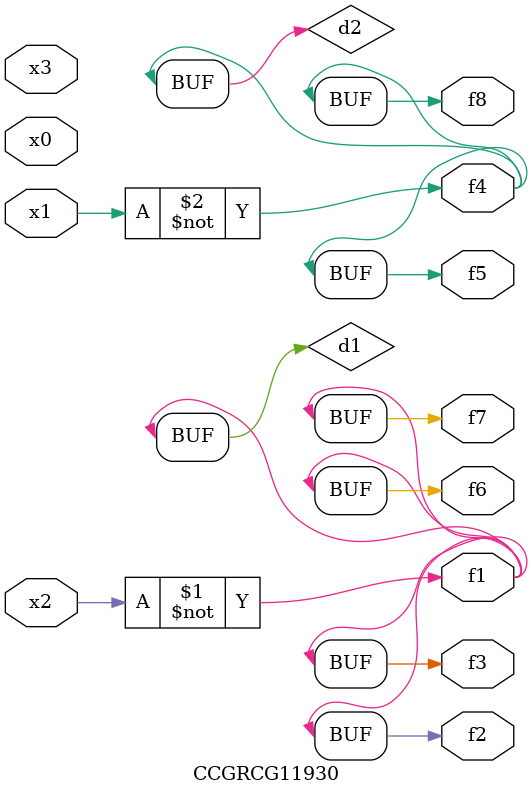
<source format=v>
module CCGRCG11930(
	input x0, x1, x2, x3,
	output f1, f2, f3, f4, f5, f6, f7, f8
);

	wire d1, d2;

	xnor (d1, x2);
	not (d2, x1);
	assign f1 = d1;
	assign f2 = d1;
	assign f3 = d1;
	assign f4 = d2;
	assign f5 = d2;
	assign f6 = d1;
	assign f7 = d1;
	assign f8 = d2;
endmodule

</source>
